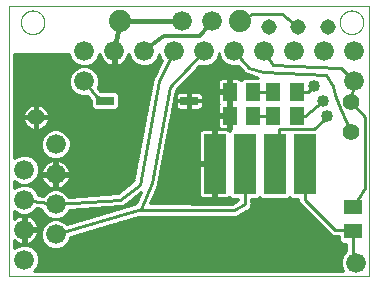
<source format=gtl>
G75*
%MOIN*%
%OFA0B0*%
%FSLAX25Y25*%
%IPPOS*%
%LPD*%
%AMOC8*
5,1,8,0,0,1.08239X$1,22.5*
%
%ADD10C,0.00000*%
%ADD11C,0.06600*%
%ADD12C,0.05600*%
%ADD13R,0.07600X0.20000*%
%ADD14R,0.06000X0.03000*%
%ADD15R,0.05118X0.05906*%
%ADD16R,0.05906X0.05118*%
%ADD17C,0.05156*%
%ADD18C,0.07400*%
%ADD19C,0.01000*%
%ADD20C,0.01200*%
%ADD21C,0.04000*%
%ADD22C,0.01600*%
D10*
X0001500Y0011270D02*
X0001500Y0101270D01*
X0121500Y0101270D01*
X0121500Y0011270D01*
X0001500Y0011270D01*
X0005437Y0095916D02*
X0005439Y0096041D01*
X0005445Y0096166D01*
X0005455Y0096290D01*
X0005469Y0096414D01*
X0005486Y0096538D01*
X0005508Y0096661D01*
X0005534Y0096783D01*
X0005563Y0096905D01*
X0005596Y0097025D01*
X0005634Y0097144D01*
X0005674Y0097263D01*
X0005719Y0097379D01*
X0005767Y0097494D01*
X0005819Y0097608D01*
X0005875Y0097720D01*
X0005934Y0097830D01*
X0005996Y0097938D01*
X0006062Y0098045D01*
X0006131Y0098149D01*
X0006204Y0098250D01*
X0006279Y0098350D01*
X0006358Y0098447D01*
X0006440Y0098541D01*
X0006525Y0098633D01*
X0006612Y0098722D01*
X0006703Y0098808D01*
X0006796Y0098891D01*
X0006892Y0098972D01*
X0006990Y0099049D01*
X0007090Y0099123D01*
X0007193Y0099194D01*
X0007298Y0099261D01*
X0007406Y0099326D01*
X0007515Y0099386D01*
X0007626Y0099444D01*
X0007739Y0099497D01*
X0007853Y0099547D01*
X0007969Y0099594D01*
X0008086Y0099636D01*
X0008205Y0099675D01*
X0008325Y0099711D01*
X0008446Y0099742D01*
X0008568Y0099770D01*
X0008690Y0099793D01*
X0008814Y0099813D01*
X0008938Y0099829D01*
X0009062Y0099841D01*
X0009187Y0099849D01*
X0009312Y0099853D01*
X0009436Y0099853D01*
X0009561Y0099849D01*
X0009686Y0099841D01*
X0009810Y0099829D01*
X0009934Y0099813D01*
X0010058Y0099793D01*
X0010180Y0099770D01*
X0010302Y0099742D01*
X0010423Y0099711D01*
X0010543Y0099675D01*
X0010662Y0099636D01*
X0010779Y0099594D01*
X0010895Y0099547D01*
X0011009Y0099497D01*
X0011122Y0099444D01*
X0011233Y0099386D01*
X0011343Y0099326D01*
X0011450Y0099261D01*
X0011555Y0099194D01*
X0011658Y0099123D01*
X0011758Y0099049D01*
X0011856Y0098972D01*
X0011952Y0098891D01*
X0012045Y0098808D01*
X0012136Y0098722D01*
X0012223Y0098633D01*
X0012308Y0098541D01*
X0012390Y0098447D01*
X0012469Y0098350D01*
X0012544Y0098250D01*
X0012617Y0098149D01*
X0012686Y0098045D01*
X0012752Y0097938D01*
X0012814Y0097830D01*
X0012873Y0097720D01*
X0012929Y0097608D01*
X0012981Y0097494D01*
X0013029Y0097379D01*
X0013074Y0097263D01*
X0013114Y0097144D01*
X0013152Y0097025D01*
X0013185Y0096905D01*
X0013214Y0096783D01*
X0013240Y0096661D01*
X0013262Y0096538D01*
X0013279Y0096414D01*
X0013293Y0096290D01*
X0013303Y0096166D01*
X0013309Y0096041D01*
X0013311Y0095916D01*
X0013309Y0095791D01*
X0013303Y0095666D01*
X0013293Y0095542D01*
X0013279Y0095418D01*
X0013262Y0095294D01*
X0013240Y0095171D01*
X0013214Y0095049D01*
X0013185Y0094927D01*
X0013152Y0094807D01*
X0013114Y0094688D01*
X0013074Y0094569D01*
X0013029Y0094453D01*
X0012981Y0094338D01*
X0012929Y0094224D01*
X0012873Y0094112D01*
X0012814Y0094002D01*
X0012752Y0093894D01*
X0012686Y0093787D01*
X0012617Y0093683D01*
X0012544Y0093582D01*
X0012469Y0093482D01*
X0012390Y0093385D01*
X0012308Y0093291D01*
X0012223Y0093199D01*
X0012136Y0093110D01*
X0012045Y0093024D01*
X0011952Y0092941D01*
X0011856Y0092860D01*
X0011758Y0092783D01*
X0011658Y0092709D01*
X0011555Y0092638D01*
X0011450Y0092571D01*
X0011342Y0092506D01*
X0011233Y0092446D01*
X0011122Y0092388D01*
X0011009Y0092335D01*
X0010895Y0092285D01*
X0010779Y0092238D01*
X0010662Y0092196D01*
X0010543Y0092157D01*
X0010423Y0092121D01*
X0010302Y0092090D01*
X0010180Y0092062D01*
X0010058Y0092039D01*
X0009934Y0092019D01*
X0009810Y0092003D01*
X0009686Y0091991D01*
X0009561Y0091983D01*
X0009436Y0091979D01*
X0009312Y0091979D01*
X0009187Y0091983D01*
X0009062Y0091991D01*
X0008938Y0092003D01*
X0008814Y0092019D01*
X0008690Y0092039D01*
X0008568Y0092062D01*
X0008446Y0092090D01*
X0008325Y0092121D01*
X0008205Y0092157D01*
X0008086Y0092196D01*
X0007969Y0092238D01*
X0007853Y0092285D01*
X0007739Y0092335D01*
X0007626Y0092388D01*
X0007515Y0092446D01*
X0007405Y0092506D01*
X0007298Y0092571D01*
X0007193Y0092638D01*
X0007090Y0092709D01*
X0006990Y0092783D01*
X0006892Y0092860D01*
X0006796Y0092941D01*
X0006703Y0093024D01*
X0006612Y0093110D01*
X0006525Y0093199D01*
X0006440Y0093291D01*
X0006358Y0093385D01*
X0006279Y0093482D01*
X0006204Y0093582D01*
X0006131Y0093683D01*
X0006062Y0093787D01*
X0005996Y0093894D01*
X0005934Y0094002D01*
X0005875Y0094112D01*
X0005819Y0094224D01*
X0005767Y0094338D01*
X0005719Y0094453D01*
X0005674Y0094569D01*
X0005634Y0094688D01*
X0005596Y0094807D01*
X0005563Y0094927D01*
X0005534Y0095049D01*
X0005508Y0095171D01*
X0005486Y0095294D01*
X0005469Y0095418D01*
X0005455Y0095542D01*
X0005445Y0095666D01*
X0005439Y0095791D01*
X0005437Y0095916D01*
X0111736Y0095916D02*
X0111738Y0096041D01*
X0111744Y0096166D01*
X0111754Y0096290D01*
X0111768Y0096414D01*
X0111785Y0096538D01*
X0111807Y0096661D01*
X0111833Y0096783D01*
X0111862Y0096905D01*
X0111895Y0097025D01*
X0111933Y0097144D01*
X0111973Y0097263D01*
X0112018Y0097379D01*
X0112066Y0097494D01*
X0112118Y0097608D01*
X0112174Y0097720D01*
X0112233Y0097830D01*
X0112295Y0097938D01*
X0112361Y0098045D01*
X0112430Y0098149D01*
X0112503Y0098250D01*
X0112578Y0098350D01*
X0112657Y0098447D01*
X0112739Y0098541D01*
X0112824Y0098633D01*
X0112911Y0098722D01*
X0113002Y0098808D01*
X0113095Y0098891D01*
X0113191Y0098972D01*
X0113289Y0099049D01*
X0113389Y0099123D01*
X0113492Y0099194D01*
X0113597Y0099261D01*
X0113705Y0099326D01*
X0113814Y0099386D01*
X0113925Y0099444D01*
X0114038Y0099497D01*
X0114152Y0099547D01*
X0114268Y0099594D01*
X0114385Y0099636D01*
X0114504Y0099675D01*
X0114624Y0099711D01*
X0114745Y0099742D01*
X0114867Y0099770D01*
X0114989Y0099793D01*
X0115113Y0099813D01*
X0115237Y0099829D01*
X0115361Y0099841D01*
X0115486Y0099849D01*
X0115611Y0099853D01*
X0115735Y0099853D01*
X0115860Y0099849D01*
X0115985Y0099841D01*
X0116109Y0099829D01*
X0116233Y0099813D01*
X0116357Y0099793D01*
X0116479Y0099770D01*
X0116601Y0099742D01*
X0116722Y0099711D01*
X0116842Y0099675D01*
X0116961Y0099636D01*
X0117078Y0099594D01*
X0117194Y0099547D01*
X0117308Y0099497D01*
X0117421Y0099444D01*
X0117532Y0099386D01*
X0117642Y0099326D01*
X0117749Y0099261D01*
X0117854Y0099194D01*
X0117957Y0099123D01*
X0118057Y0099049D01*
X0118155Y0098972D01*
X0118251Y0098891D01*
X0118344Y0098808D01*
X0118435Y0098722D01*
X0118522Y0098633D01*
X0118607Y0098541D01*
X0118689Y0098447D01*
X0118768Y0098350D01*
X0118843Y0098250D01*
X0118916Y0098149D01*
X0118985Y0098045D01*
X0119051Y0097938D01*
X0119113Y0097830D01*
X0119172Y0097720D01*
X0119228Y0097608D01*
X0119280Y0097494D01*
X0119328Y0097379D01*
X0119373Y0097263D01*
X0119413Y0097144D01*
X0119451Y0097025D01*
X0119484Y0096905D01*
X0119513Y0096783D01*
X0119539Y0096661D01*
X0119561Y0096538D01*
X0119578Y0096414D01*
X0119592Y0096290D01*
X0119602Y0096166D01*
X0119608Y0096041D01*
X0119610Y0095916D01*
X0119608Y0095791D01*
X0119602Y0095666D01*
X0119592Y0095542D01*
X0119578Y0095418D01*
X0119561Y0095294D01*
X0119539Y0095171D01*
X0119513Y0095049D01*
X0119484Y0094927D01*
X0119451Y0094807D01*
X0119413Y0094688D01*
X0119373Y0094569D01*
X0119328Y0094453D01*
X0119280Y0094338D01*
X0119228Y0094224D01*
X0119172Y0094112D01*
X0119113Y0094002D01*
X0119051Y0093894D01*
X0118985Y0093787D01*
X0118916Y0093683D01*
X0118843Y0093582D01*
X0118768Y0093482D01*
X0118689Y0093385D01*
X0118607Y0093291D01*
X0118522Y0093199D01*
X0118435Y0093110D01*
X0118344Y0093024D01*
X0118251Y0092941D01*
X0118155Y0092860D01*
X0118057Y0092783D01*
X0117957Y0092709D01*
X0117854Y0092638D01*
X0117749Y0092571D01*
X0117641Y0092506D01*
X0117532Y0092446D01*
X0117421Y0092388D01*
X0117308Y0092335D01*
X0117194Y0092285D01*
X0117078Y0092238D01*
X0116961Y0092196D01*
X0116842Y0092157D01*
X0116722Y0092121D01*
X0116601Y0092090D01*
X0116479Y0092062D01*
X0116357Y0092039D01*
X0116233Y0092019D01*
X0116109Y0092003D01*
X0115985Y0091991D01*
X0115860Y0091983D01*
X0115735Y0091979D01*
X0115611Y0091979D01*
X0115486Y0091983D01*
X0115361Y0091991D01*
X0115237Y0092003D01*
X0115113Y0092019D01*
X0114989Y0092039D01*
X0114867Y0092062D01*
X0114745Y0092090D01*
X0114624Y0092121D01*
X0114504Y0092157D01*
X0114385Y0092196D01*
X0114268Y0092238D01*
X0114152Y0092285D01*
X0114038Y0092335D01*
X0113925Y0092388D01*
X0113814Y0092446D01*
X0113704Y0092506D01*
X0113597Y0092571D01*
X0113492Y0092638D01*
X0113389Y0092709D01*
X0113289Y0092783D01*
X0113191Y0092860D01*
X0113095Y0092941D01*
X0113002Y0093024D01*
X0112911Y0093110D01*
X0112824Y0093199D01*
X0112739Y0093291D01*
X0112657Y0093385D01*
X0112578Y0093482D01*
X0112503Y0093582D01*
X0112430Y0093683D01*
X0112361Y0093787D01*
X0112295Y0093894D01*
X0112233Y0094002D01*
X0112174Y0094112D01*
X0112118Y0094224D01*
X0112066Y0094338D01*
X0112018Y0094453D01*
X0111973Y0094569D01*
X0111933Y0094688D01*
X0111895Y0094807D01*
X0111862Y0094927D01*
X0111833Y0095049D01*
X0111807Y0095171D01*
X0111785Y0095294D01*
X0111768Y0095418D01*
X0111754Y0095542D01*
X0111744Y0095666D01*
X0111738Y0095791D01*
X0111736Y0095916D01*
D11*
X0116500Y0086270D03*
X0106500Y0086270D03*
X0096500Y0086270D03*
X0086500Y0086270D03*
X0076500Y0086270D03*
X0066500Y0086270D03*
X0056500Y0086270D03*
X0046500Y0086270D03*
X0036500Y0086270D03*
X0026500Y0086270D03*
X0026500Y0076270D03*
X0017000Y0055270D03*
X0006500Y0046770D03*
X0017000Y0045270D03*
X0006500Y0036770D03*
X0017000Y0035270D03*
X0006500Y0026770D03*
X0017000Y0025270D03*
X0006500Y0016770D03*
X0059000Y0096270D03*
X0069000Y0096270D03*
X0116500Y0076270D03*
X0117000Y0015770D03*
D12*
X0115500Y0059270D03*
X0115500Y0069270D03*
X0010500Y0064270D03*
D13*
X0070000Y0048770D03*
X0080000Y0048770D03*
X0090000Y0048770D03*
X0100000Y0048770D03*
D14*
X0061500Y0069770D03*
X0033500Y0069770D03*
D15*
X0075063Y0072770D03*
X0082937Y0072770D03*
X0089563Y0072770D03*
X0097437Y0072770D03*
X0097437Y0064770D03*
X0089563Y0064770D03*
X0082937Y0064770D03*
X0075063Y0064770D03*
D16*
X0116000Y0034207D03*
X0116000Y0026333D03*
D17*
X0107799Y0094270D03*
X0097957Y0094270D03*
X0088114Y0094270D03*
D18*
X0078500Y0096270D03*
X0038500Y0096270D03*
D19*
X0037000Y0085419D02*
X0036000Y0085415D01*
X0036000Y0081489D01*
X0035376Y0081588D01*
X0034657Y0081822D01*
X0033984Y0082165D01*
X0033373Y0082609D01*
X0032839Y0083143D01*
X0032395Y0083754D01*
X0032052Y0084428D01*
X0031818Y0085146D01*
X0031778Y0085397D01*
X0031500Y0085396D01*
X0031500Y0085276D01*
X0030739Y0083438D01*
X0029332Y0082031D01*
X0027495Y0081270D01*
X0025505Y0081270D01*
X0023668Y0080509D01*
X0022261Y0079102D01*
X0021500Y0077265D01*
X0021500Y0075276D01*
X0022261Y0073438D01*
X0023668Y0072031D01*
X0025505Y0071270D01*
X0027495Y0071270D01*
X0027636Y0071329D01*
X0028537Y0070202D01*
X0028701Y0069710D01*
X0028800Y0069660D01*
X0028800Y0067566D01*
X0029796Y0066570D01*
X0037204Y0066570D01*
X0038200Y0067566D01*
X0038200Y0071974D01*
X0037204Y0072970D01*
X0032019Y0072970D01*
X0031916Y0073022D01*
X0031027Y0074133D01*
X0031500Y0075276D01*
X0031500Y0077265D01*
X0030739Y0079102D01*
X0029332Y0080509D01*
X0027495Y0081270D01*
X0025505Y0081270D01*
X0023668Y0082031D01*
X0022261Y0083438D01*
X0021500Y0085276D01*
X0021500Y0085354D01*
X0003200Y0085277D01*
X0003200Y0050541D01*
X0003668Y0051009D01*
X0005505Y0051770D01*
X0007495Y0051770D01*
X0009332Y0051009D01*
X0010739Y0049602D01*
X0011500Y0047765D01*
X0011500Y0045776D01*
X0010739Y0043938D01*
X0009332Y0042531D01*
X0007495Y0041770D01*
X0005505Y0041770D01*
X0003668Y0042531D01*
X0003200Y0042999D01*
X0003200Y0040541D01*
X0003668Y0041009D01*
X0005505Y0041770D01*
X0007495Y0041770D01*
X0009332Y0041009D01*
X0010739Y0039602D01*
X0011274Y0038310D01*
X0012759Y0038098D01*
X0012761Y0038102D01*
X0014168Y0039509D01*
X0016005Y0040270D01*
X0017995Y0040270D01*
X0019832Y0039509D01*
X0021239Y0038102D01*
X0021372Y0037780D01*
X0037685Y0038919D01*
X0042993Y0043002D01*
X0049232Y0076116D01*
X0049125Y0076439D01*
X0049395Y0076979D01*
X0049507Y0077573D01*
X0049788Y0077765D01*
X0052503Y0083196D01*
X0052261Y0083438D01*
X0051500Y0085276D01*
X0051500Y0085480D01*
X0051500Y0085480D01*
X0051500Y0085276D01*
X0050739Y0083438D01*
X0049332Y0082031D01*
X0047495Y0081270D01*
X0045505Y0081270D01*
X0043668Y0082031D01*
X0042261Y0083438D01*
X0041500Y0085276D01*
X0041500Y0085438D01*
X0041228Y0085437D01*
X0041182Y0085146D01*
X0040948Y0084428D01*
X0040605Y0083754D01*
X0040161Y0083143D01*
X0039627Y0082609D01*
X0039016Y0082165D01*
X0038343Y0081822D01*
X0037624Y0081588D01*
X0037000Y0081489D01*
X0037000Y0085419D01*
X0037000Y0085160D02*
X0036000Y0085160D01*
X0036000Y0084161D02*
X0037000Y0084161D01*
X0037000Y0083163D02*
X0036000Y0083163D01*
X0036000Y0082164D02*
X0037000Y0082164D01*
X0039015Y0082164D02*
X0043535Y0082164D01*
X0042536Y0083163D02*
X0040176Y0083163D01*
X0040813Y0084161D02*
X0041961Y0084161D01*
X0041548Y0085160D02*
X0041184Y0085160D01*
X0033985Y0082164D02*
X0029465Y0082164D01*
X0030464Y0083163D02*
X0032824Y0083163D01*
X0032187Y0084161D02*
X0031039Y0084161D01*
X0031452Y0085160D02*
X0031816Y0085160D01*
X0027746Y0081166D02*
X0051488Y0081166D01*
X0051987Y0082164D02*
X0049465Y0082164D01*
X0050464Y0083163D02*
X0052487Y0083163D01*
X0051961Y0084161D02*
X0051039Y0084161D01*
X0051452Y0085160D02*
X0051548Y0085160D01*
X0056500Y0086270D02*
X0051500Y0076270D01*
X0045000Y0041770D01*
X0038500Y0036770D01*
X0017000Y0035270D01*
X0006500Y0036770D01*
X0010038Y0033237D02*
X0012430Y0033237D01*
X0012226Y0033730D02*
X0012761Y0032438D01*
X0014168Y0031031D01*
X0016005Y0030270D01*
X0014168Y0029509D01*
X0012761Y0028102D01*
X0012000Y0026265D01*
X0012000Y0024276D01*
X0012761Y0022438D01*
X0014168Y0021031D01*
X0016005Y0020270D01*
X0017995Y0020270D01*
X0019832Y0021031D01*
X0021239Y0022438D01*
X0022000Y0024276D01*
X0022000Y0024447D01*
X0044343Y0031015D01*
X0044466Y0030964D01*
X0044903Y0031144D01*
X0076203Y0031071D01*
X0076800Y0030908D01*
X0077082Y0031069D01*
X0077406Y0031068D01*
X0077845Y0031505D01*
X0080584Y0033070D01*
X0080911Y0033070D01*
X0081347Y0033506D01*
X0081883Y0033812D01*
X0081969Y0034128D01*
X0082200Y0034359D01*
X0082200Y0034975D01*
X0082362Y0035570D01*
X0082200Y0035854D01*
X0082200Y0037070D01*
X0084504Y0037070D01*
X0085000Y0037566D01*
X0085496Y0037070D01*
X0094504Y0037070D01*
X0095000Y0037566D01*
X0095496Y0037070D01*
X0097800Y0037070D01*
X0097800Y0035859D01*
X0107800Y0025859D01*
X0109089Y0024570D01*
X0111347Y0024570D01*
X0111347Y0023070D01*
X0112343Y0022074D01*
X0113800Y0022074D01*
X0113800Y0019641D01*
X0112761Y0018602D01*
X0112000Y0016765D01*
X0112000Y0014776D01*
X0112748Y0012970D01*
X0009771Y0012970D01*
X0010739Y0013938D01*
X0011500Y0015776D01*
X0011500Y0017765D01*
X0010739Y0019602D01*
X0009332Y0021009D01*
X0007495Y0021770D01*
X0005505Y0021770D01*
X0003668Y0021009D01*
X0003200Y0020541D01*
X0003200Y0023282D01*
X0003373Y0023109D01*
X0003984Y0022665D01*
X0004657Y0022322D01*
X0005376Y0022088D01*
X0006000Y0021989D01*
X0006000Y0026270D01*
X0007000Y0026270D01*
X0007000Y0021989D01*
X0007624Y0022088D01*
X0008343Y0022322D01*
X0009016Y0022665D01*
X0009627Y0023109D01*
X0010161Y0023643D01*
X0010605Y0024254D01*
X0010948Y0024928D01*
X0011182Y0025646D01*
X0011281Y0026270D01*
X0007000Y0026270D01*
X0007000Y0027270D01*
X0011281Y0027270D01*
X0011182Y0027894D01*
X0010948Y0028613D01*
X0010605Y0029286D01*
X0010161Y0029897D01*
X0009627Y0030431D01*
X0009016Y0030875D01*
X0008343Y0031218D01*
X0007624Y0031452D01*
X0007000Y0031551D01*
X0007000Y0027270D01*
X0006000Y0027270D01*
X0006000Y0031551D01*
X0005376Y0031452D01*
X0004657Y0031218D01*
X0003984Y0030875D01*
X0003373Y0030431D01*
X0003200Y0030258D01*
X0003200Y0032999D01*
X0003668Y0032531D01*
X0005505Y0031770D01*
X0007495Y0031770D01*
X0009332Y0032531D01*
X0010739Y0033938D01*
X0010741Y0033942D01*
X0012226Y0033730D01*
X0012960Y0032239D02*
X0008626Y0032239D01*
X0008275Y0031240D02*
X0013959Y0031240D01*
X0015937Y0030242D02*
X0009816Y0030242D01*
X0010627Y0029243D02*
X0013902Y0029243D01*
X0012904Y0028245D02*
X0011068Y0028245D01*
X0012407Y0027246D02*
X0007000Y0027246D01*
X0007000Y0026248D02*
X0006000Y0026248D01*
X0006000Y0025249D02*
X0007000Y0025249D01*
X0007000Y0024251D02*
X0006000Y0024251D01*
X0006000Y0023252D02*
X0007000Y0023252D01*
X0007000Y0022254D02*
X0006000Y0022254D01*
X0004867Y0022254D02*
X0003200Y0022254D01*
X0003200Y0023252D02*
X0003230Y0023252D01*
X0003200Y0021255D02*
X0004262Y0021255D01*
X0008133Y0022254D02*
X0012945Y0022254D01*
X0012424Y0023252D02*
X0009770Y0023252D01*
X0010603Y0024251D02*
X0012010Y0024251D01*
X0012000Y0025249D02*
X0011053Y0025249D01*
X0011277Y0026248D02*
X0012000Y0026248D01*
X0017000Y0025270D02*
X0044469Y0033345D01*
X0076500Y0033270D01*
X0080000Y0035270D01*
X0080000Y0048770D01*
X0070500Y0048270D02*
X0070500Y0037270D01*
X0073997Y0037270D01*
X0074379Y0037372D01*
X0074721Y0037570D01*
X0074859Y0037707D01*
X0075496Y0037070D01*
X0077800Y0037070D01*
X0077800Y0036547D01*
X0075918Y0035471D01*
X0048606Y0035535D01*
X0050784Y0040825D01*
X0050994Y0040969D01*
X0051121Y0041642D01*
X0051381Y0042275D01*
X0051283Y0042510D01*
X0057042Y0073221D01*
X0064969Y0081492D01*
X0065505Y0081270D01*
X0067495Y0081270D01*
X0069332Y0082031D01*
X0070739Y0083438D01*
X0071500Y0085276D01*
X0072261Y0083438D01*
X0073668Y0082031D01*
X0075505Y0081270D01*
X0077495Y0081270D01*
X0077914Y0081444D01*
X0079668Y0079515D01*
X0079940Y0078971D01*
X0080259Y0078865D01*
X0080485Y0078616D01*
X0081092Y0078587D01*
X0084585Y0077423D01*
X0079674Y0077423D01*
X0078849Y0076598D01*
X0078822Y0076644D01*
X0078543Y0076923D01*
X0078201Y0077121D01*
X0077820Y0077223D01*
X0075563Y0077223D01*
X0075563Y0073270D01*
X0074563Y0073270D01*
X0074563Y0072270D01*
X0075563Y0072270D01*
X0075563Y0068317D01*
X0075563Y0065270D01*
X0074563Y0065270D01*
X0074563Y0064270D01*
X0075563Y0064270D01*
X0075563Y0060470D01*
X0075496Y0060470D01*
X0074859Y0059833D01*
X0074721Y0059970D01*
X0074379Y0060168D01*
X0073997Y0060270D01*
X0070500Y0060270D01*
X0070500Y0049270D01*
X0069500Y0049270D01*
X0069500Y0048270D01*
X0070500Y0048270D01*
X0070500Y0048215D02*
X0069500Y0048215D01*
X0069500Y0048270D02*
X0069500Y0037270D01*
X0066003Y0037270D01*
X0065621Y0037372D01*
X0065279Y0037570D01*
X0065000Y0037849D01*
X0064802Y0038191D01*
X0064700Y0038573D01*
X0064700Y0048270D01*
X0069500Y0048270D01*
X0069500Y0049214D02*
X0052540Y0049214D01*
X0052727Y0050212D02*
X0064700Y0050212D01*
X0064700Y0049270D02*
X0069500Y0049270D01*
X0069500Y0060270D01*
X0066003Y0060270D01*
X0065621Y0060168D01*
X0065279Y0059970D01*
X0065000Y0059691D01*
X0064802Y0059349D01*
X0064700Y0058968D01*
X0064700Y0049270D01*
X0064700Y0048215D02*
X0052353Y0048215D01*
X0052166Y0047216D02*
X0064700Y0047216D01*
X0064700Y0046218D02*
X0051979Y0046218D01*
X0051791Y0045219D02*
X0064700Y0045219D01*
X0064700Y0044221D02*
X0051604Y0044221D01*
X0051417Y0043222D02*
X0064700Y0043222D01*
X0064700Y0042224D02*
X0051360Y0042224D01*
X0051042Y0041225D02*
X0064700Y0041225D01*
X0064700Y0040227D02*
X0050538Y0040227D01*
X0050127Y0039228D02*
X0064700Y0039228D01*
X0064792Y0038230D02*
X0049716Y0038230D01*
X0049304Y0037231D02*
X0075335Y0037231D01*
X0077251Y0036233D02*
X0048893Y0036233D01*
X0045500Y0033770D02*
X0044469Y0033345D01*
X0045500Y0033770D02*
X0049000Y0042270D01*
X0055000Y0074270D01*
X0066500Y0086270D01*
X0070464Y0083163D02*
X0072536Y0083163D01*
X0071961Y0084161D02*
X0071039Y0084161D01*
X0071452Y0085160D02*
X0071548Y0085160D01*
X0071500Y0085276D02*
X0071500Y0085564D01*
X0071500Y0085564D01*
X0071500Y0085276D01*
X0069465Y0082164D02*
X0073535Y0082164D01*
X0078167Y0081166D02*
X0064656Y0081166D01*
X0063699Y0080167D02*
X0079075Y0080167D01*
X0079841Y0079169D02*
X0062742Y0079169D01*
X0061785Y0078170D02*
X0082342Y0078170D01*
X0079423Y0077172D02*
X0078010Y0077172D01*
X0075563Y0077172D02*
X0074563Y0077172D01*
X0074563Y0077223D02*
X0072306Y0077223D01*
X0071925Y0077121D01*
X0071583Y0076923D01*
X0071304Y0076644D01*
X0071106Y0076302D01*
X0071004Y0075920D01*
X0071004Y0073270D01*
X0074563Y0073270D01*
X0074563Y0077223D01*
X0074563Y0076173D02*
X0075563Y0076173D01*
X0075563Y0075175D02*
X0074563Y0075175D01*
X0074563Y0074176D02*
X0075563Y0074176D01*
X0074563Y0073178D02*
X0057034Y0073178D01*
X0057579Y0072470D02*
X0057300Y0072191D01*
X0057102Y0071849D01*
X0057000Y0071468D01*
X0057000Y0070020D01*
X0061250Y0070020D01*
X0061250Y0069520D01*
X0061750Y0069520D01*
X0061750Y0066770D01*
X0064697Y0066770D01*
X0065079Y0066872D01*
X0065421Y0067070D01*
X0065700Y0067349D01*
X0065898Y0067691D01*
X0066000Y0068073D01*
X0066000Y0069520D01*
X0061750Y0069520D01*
X0061750Y0070020D01*
X0066000Y0070020D01*
X0066000Y0071468D01*
X0065898Y0071849D01*
X0065700Y0072191D01*
X0065421Y0072470D01*
X0065079Y0072668D01*
X0064697Y0072770D01*
X0061750Y0072770D01*
X0061750Y0070020D01*
X0061250Y0070020D01*
X0061250Y0072770D01*
X0058303Y0072770D01*
X0057921Y0072668D01*
X0057579Y0072470D01*
X0057293Y0072179D02*
X0056846Y0072179D01*
X0057000Y0071181D02*
X0056659Y0071181D01*
X0056472Y0070182D02*
X0057000Y0070182D01*
X0057000Y0069520D02*
X0057000Y0068073D01*
X0057102Y0067691D01*
X0057300Y0067349D01*
X0057579Y0067070D01*
X0057921Y0066872D01*
X0058303Y0066770D01*
X0061250Y0066770D01*
X0061250Y0069520D01*
X0057000Y0069520D01*
X0057000Y0069184D02*
X0056285Y0069184D01*
X0056097Y0068185D02*
X0057000Y0068185D01*
X0057462Y0067187D02*
X0055910Y0067187D01*
X0055723Y0066188D02*
X0071004Y0066188D01*
X0071004Y0065270D02*
X0074563Y0065270D01*
X0074563Y0072270D01*
X0071004Y0072270D01*
X0071004Y0069620D01*
X0071106Y0069238D01*
X0071304Y0068896D01*
X0071430Y0068770D01*
X0071304Y0068644D01*
X0071106Y0068302D01*
X0071004Y0067920D01*
X0071004Y0065270D01*
X0071004Y0064270D02*
X0071004Y0061620D01*
X0071106Y0061238D01*
X0071304Y0060896D01*
X0071583Y0060617D01*
X0071925Y0060420D01*
X0072306Y0060317D01*
X0074563Y0060317D01*
X0074563Y0064270D01*
X0071004Y0064270D01*
X0071004Y0064191D02*
X0055349Y0064191D01*
X0055161Y0063193D02*
X0071004Y0063193D01*
X0071004Y0062194D02*
X0054974Y0062194D01*
X0054787Y0061196D02*
X0071131Y0061196D01*
X0070500Y0060197D02*
X0069500Y0060197D01*
X0069500Y0059199D02*
X0070500Y0059199D01*
X0070500Y0058200D02*
X0069500Y0058200D01*
X0069500Y0057202D02*
X0070500Y0057202D01*
X0070500Y0056203D02*
X0069500Y0056203D01*
X0069500Y0055205D02*
X0070500Y0055205D01*
X0070500Y0054206D02*
X0069500Y0054206D01*
X0069500Y0053208D02*
X0070500Y0053208D01*
X0070500Y0052209D02*
X0069500Y0052209D01*
X0069500Y0051211D02*
X0070500Y0051211D01*
X0070500Y0050212D02*
X0069500Y0050212D01*
X0069500Y0047216D02*
X0070500Y0047216D01*
X0070500Y0046218D02*
X0069500Y0046218D01*
X0069500Y0045219D02*
X0070500Y0045219D01*
X0070500Y0044221D02*
X0069500Y0044221D01*
X0069500Y0043222D02*
X0070500Y0043222D01*
X0070500Y0042224D02*
X0069500Y0042224D01*
X0069500Y0041225D02*
X0070500Y0041225D01*
X0070500Y0040227D02*
X0069500Y0040227D01*
X0069500Y0039228D02*
X0070500Y0039228D01*
X0070500Y0038230D02*
X0069500Y0038230D01*
X0077579Y0031240D02*
X0102418Y0031240D01*
X0101420Y0032239D02*
X0079130Y0032239D01*
X0081079Y0033237D02*
X0100421Y0033237D01*
X0099423Y0034236D02*
X0082077Y0034236D01*
X0082271Y0035234D02*
X0098424Y0035234D01*
X0097800Y0036233D02*
X0082200Y0036233D01*
X0084665Y0037231D02*
X0085335Y0037231D01*
X0094665Y0037231D02*
X0095335Y0037231D01*
X0100000Y0036770D02*
X0110000Y0026770D01*
X0115563Y0026770D01*
X0116000Y0026333D01*
X0116000Y0017270D01*
X0117000Y0015770D01*
X0113417Y0019258D02*
X0010881Y0019258D01*
X0011295Y0018260D02*
X0112619Y0018260D01*
X0112206Y0017261D02*
X0011500Y0017261D01*
X0011500Y0016263D02*
X0112000Y0016263D01*
X0112000Y0015264D02*
X0011288Y0015264D01*
X0010875Y0014266D02*
X0112211Y0014266D01*
X0112625Y0013267D02*
X0010068Y0013267D01*
X0010084Y0020257D02*
X0113800Y0020257D01*
X0113800Y0021255D02*
X0020056Y0021255D01*
X0021055Y0022254D02*
X0112163Y0022254D01*
X0111347Y0023252D02*
X0021576Y0023252D01*
X0021990Y0024251D02*
X0111347Y0024251D01*
X0108410Y0025249D02*
X0024730Y0025249D01*
X0028127Y0026248D02*
X0107411Y0026248D01*
X0106413Y0027246D02*
X0031523Y0027246D01*
X0034920Y0028245D02*
X0105414Y0028245D01*
X0104416Y0029243D02*
X0038317Y0029243D01*
X0041714Y0030242D02*
X0103417Y0030242D01*
X0100000Y0036770D02*
X0100000Y0048770D01*
X0090000Y0048770D02*
X0091500Y0060270D01*
X0103000Y0060270D01*
X0106500Y0063270D01*
X0107500Y0064770D01*
X0112000Y0066770D02*
X0110000Y0071770D01*
X0109500Y0074770D01*
X0107000Y0078270D01*
X0086000Y0079270D01*
X0081500Y0080770D01*
X0076500Y0086270D01*
X0086500Y0086270D02*
X0089500Y0081770D01*
X0111500Y0080770D01*
X0112000Y0080770D01*
X0116500Y0076270D01*
X0115500Y0069270D01*
X0120000Y0064270D01*
X0120000Y0040770D01*
X0116000Y0034207D01*
X0115500Y0059270D02*
X0112000Y0066770D01*
X0106000Y0069770D02*
X0100000Y0064770D01*
X0097437Y0064770D01*
X0089563Y0064770D02*
X0082937Y0064770D01*
X0075563Y0064191D02*
X0074563Y0064191D01*
X0074563Y0063193D02*
X0075563Y0063193D01*
X0075563Y0062194D02*
X0074563Y0062194D01*
X0074563Y0061196D02*
X0075563Y0061196D01*
X0075223Y0060197D02*
X0074270Y0060197D01*
X0074563Y0065190D02*
X0055536Y0065190D01*
X0061250Y0067187D02*
X0061750Y0067187D01*
X0061750Y0068185D02*
X0061250Y0068185D01*
X0061250Y0069184D02*
X0061750Y0069184D01*
X0061750Y0070182D02*
X0061250Y0070182D01*
X0061250Y0071181D02*
X0061750Y0071181D01*
X0061750Y0072179D02*
X0061250Y0072179D01*
X0057957Y0074176D02*
X0071004Y0074176D01*
X0071004Y0075175D02*
X0058914Y0075175D01*
X0059871Y0076173D02*
X0071072Y0076173D01*
X0072116Y0077172D02*
X0060828Y0077172D01*
X0065707Y0072179D02*
X0071004Y0072179D01*
X0071004Y0071181D02*
X0066000Y0071181D01*
X0066000Y0070182D02*
X0071004Y0070182D01*
X0071138Y0069184D02*
X0066000Y0069184D01*
X0066000Y0068185D02*
X0071075Y0068185D01*
X0071004Y0067187D02*
X0065538Y0067187D01*
X0065730Y0060197D02*
X0054600Y0060197D01*
X0054412Y0059199D02*
X0064762Y0059199D01*
X0064700Y0058200D02*
X0054225Y0058200D01*
X0054038Y0057202D02*
X0064700Y0057202D01*
X0064700Y0056203D02*
X0053851Y0056203D01*
X0053664Y0055205D02*
X0064700Y0055205D01*
X0064700Y0054206D02*
X0053476Y0054206D01*
X0053289Y0053208D02*
X0064700Y0053208D01*
X0064700Y0052209D02*
X0053102Y0052209D01*
X0052915Y0051211D02*
X0064700Y0051211D01*
X0046609Y0062194D02*
X0014268Y0062194D01*
X0014178Y0062016D02*
X0014485Y0062619D01*
X0014694Y0063263D01*
X0014800Y0063932D01*
X0014800Y0063983D01*
X0010787Y0063983D01*
X0010787Y0059970D01*
X0010838Y0059970D01*
X0011507Y0060076D01*
X0012151Y0060285D01*
X0012754Y0060592D01*
X0013301Y0060990D01*
X0013780Y0061469D01*
X0014178Y0062016D01*
X0013507Y0061196D02*
X0046421Y0061196D01*
X0046233Y0060197D02*
X0018171Y0060197D01*
X0017995Y0060270D02*
X0016005Y0060270D01*
X0014168Y0059509D01*
X0012761Y0058102D01*
X0012000Y0056265D01*
X0012000Y0054276D01*
X0012761Y0052438D01*
X0014168Y0051031D01*
X0016005Y0050270D01*
X0017995Y0050270D01*
X0019832Y0051031D01*
X0021239Y0052438D01*
X0022000Y0054276D01*
X0022000Y0056265D01*
X0021239Y0058102D01*
X0019832Y0059509D01*
X0017995Y0060270D01*
X0015829Y0060197D02*
X0011880Y0060197D01*
X0010787Y0060197D02*
X0010213Y0060197D01*
X0010213Y0059970D02*
X0010213Y0063983D01*
X0010787Y0063983D01*
X0010787Y0064557D01*
X0014800Y0064557D01*
X0014800Y0064608D01*
X0014694Y0065277D01*
X0014485Y0065921D01*
X0014178Y0066524D01*
X0013780Y0067071D01*
X0013301Y0067550D01*
X0012754Y0067948D01*
X0012151Y0068255D01*
X0011507Y0068464D01*
X0010838Y0068570D01*
X0010787Y0068570D01*
X0010787Y0064558D01*
X0010213Y0064558D01*
X0010213Y0068570D01*
X0010162Y0068570D01*
X0009493Y0068464D01*
X0008849Y0068255D01*
X0008246Y0067948D01*
X0007699Y0067550D01*
X0007220Y0067071D01*
X0006822Y0066524D01*
X0006515Y0065921D01*
X0006306Y0065277D01*
X0006200Y0064608D01*
X0006200Y0064557D01*
X0010213Y0064557D01*
X0010213Y0063983D01*
X0006200Y0063983D01*
X0006200Y0063932D01*
X0006306Y0063263D01*
X0006515Y0062619D01*
X0006822Y0062016D01*
X0007220Y0061469D01*
X0007699Y0060990D01*
X0008246Y0060592D01*
X0008849Y0060285D01*
X0009493Y0060076D01*
X0010162Y0059970D01*
X0010213Y0059970D01*
X0009120Y0060197D02*
X0003200Y0060197D01*
X0003200Y0059199D02*
X0013857Y0059199D01*
X0012859Y0058200D02*
X0003200Y0058200D01*
X0003200Y0057202D02*
X0012388Y0057202D01*
X0012000Y0056203D02*
X0003200Y0056203D01*
X0003200Y0055205D02*
X0012000Y0055205D01*
X0012029Y0054206D02*
X0003200Y0054206D01*
X0003200Y0053208D02*
X0012442Y0053208D01*
X0012990Y0052209D02*
X0003200Y0052209D01*
X0003200Y0051211D02*
X0004155Y0051211D01*
X0008845Y0051211D02*
X0013988Y0051211D01*
X0015157Y0049718D02*
X0014484Y0049375D01*
X0013873Y0048931D01*
X0013339Y0048397D01*
X0012895Y0047786D01*
X0012552Y0047113D01*
X0012318Y0046394D01*
X0012219Y0045770D01*
X0016500Y0045770D01*
X0016500Y0044770D01*
X0017500Y0044770D01*
X0017500Y0040489D01*
X0018124Y0040588D01*
X0018843Y0040822D01*
X0019516Y0041165D01*
X0020127Y0041609D01*
X0020661Y0042143D01*
X0021105Y0042754D01*
X0021448Y0043428D01*
X0021682Y0044146D01*
X0021781Y0044770D01*
X0017500Y0044770D01*
X0017500Y0045770D01*
X0021781Y0045770D01*
X0021682Y0046394D01*
X0021448Y0047113D01*
X0021105Y0047786D01*
X0020661Y0048397D01*
X0020127Y0048931D01*
X0019516Y0049375D01*
X0018843Y0049718D01*
X0018124Y0049952D01*
X0017500Y0050051D01*
X0017500Y0045770D01*
X0016500Y0045770D01*
X0016500Y0050051D01*
X0015876Y0049952D01*
X0015157Y0049718D01*
X0014261Y0049214D02*
X0010900Y0049214D01*
X0011313Y0048215D02*
X0013206Y0048215D01*
X0012605Y0047216D02*
X0011500Y0047216D01*
X0011500Y0046218D02*
X0012290Y0046218D01*
X0011270Y0045219D02*
X0016500Y0045219D01*
X0016500Y0044770D02*
X0012219Y0044770D01*
X0012318Y0044146D01*
X0012552Y0043428D01*
X0012895Y0042754D01*
X0013339Y0042143D01*
X0013873Y0041609D01*
X0014484Y0041165D01*
X0015157Y0040822D01*
X0015876Y0040588D01*
X0016500Y0040489D01*
X0016500Y0044770D01*
X0016500Y0044221D02*
X0017500Y0044221D01*
X0017500Y0045219D02*
X0043411Y0045219D01*
X0043223Y0044221D02*
X0021694Y0044221D01*
X0021344Y0043222D02*
X0043035Y0043222D01*
X0041982Y0042224D02*
X0020720Y0042224D01*
X0019599Y0041225D02*
X0040684Y0041225D01*
X0039386Y0040227D02*
X0018099Y0040227D01*
X0017500Y0041225D02*
X0016500Y0041225D01*
X0016500Y0042224D02*
X0017500Y0042224D01*
X0017500Y0043222D02*
X0016500Y0043222D01*
X0014401Y0041225D02*
X0008809Y0041225D01*
X0008590Y0042224D02*
X0013280Y0042224D01*
X0012656Y0043222D02*
X0010023Y0043222D01*
X0010856Y0044221D02*
X0012306Y0044221D01*
X0010114Y0040227D02*
X0015901Y0040227D01*
X0013887Y0039228D02*
X0010894Y0039228D01*
X0011838Y0038230D02*
X0012889Y0038230D01*
X0020113Y0039228D02*
X0038088Y0039228D01*
X0041410Y0036233D02*
X0044135Y0036233D01*
X0043852Y0035546D02*
X0043563Y0035547D01*
X0043313Y0035298D01*
X0020693Y0028649D01*
X0019832Y0029509D01*
X0017995Y0030270D01*
X0016005Y0030270D01*
X0017995Y0030270D01*
X0019832Y0031031D01*
X0021239Y0032438D01*
X0021632Y0033388D01*
X0038434Y0034560D01*
X0039119Y0034471D01*
X0039315Y0034622D01*
X0039562Y0034639D01*
X0040016Y0035160D01*
X0045398Y0039301D01*
X0043852Y0035546D01*
X0043096Y0035234D02*
X0040112Y0035234D01*
X0039699Y0034236D02*
X0033786Y0034236D01*
X0032906Y0032239D02*
X0021040Y0032239D01*
X0021570Y0033237D02*
X0036303Y0033237D01*
X0029509Y0031240D02*
X0020041Y0031240D01*
X0018063Y0030242D02*
X0026112Y0030242D01*
X0022716Y0029243D02*
X0020098Y0029243D01*
X0013944Y0021255D02*
X0008738Y0021255D01*
X0007000Y0028245D02*
X0006000Y0028245D01*
X0006000Y0029243D02*
X0007000Y0029243D01*
X0007000Y0030242D02*
X0006000Y0030242D01*
X0006000Y0031240D02*
X0007000Y0031240D01*
X0004725Y0031240D02*
X0003200Y0031240D01*
X0003200Y0032239D02*
X0004374Y0032239D01*
X0004191Y0041225D02*
X0003200Y0041225D01*
X0003200Y0042224D02*
X0004410Y0042224D01*
X0010129Y0050212D02*
X0044352Y0050212D01*
X0044540Y0051211D02*
X0020012Y0051211D01*
X0021010Y0052209D02*
X0044728Y0052209D01*
X0044916Y0053208D02*
X0021558Y0053208D01*
X0021971Y0054206D02*
X0045104Y0054206D01*
X0045292Y0055205D02*
X0022000Y0055205D01*
X0022000Y0056203D02*
X0045481Y0056203D01*
X0045669Y0057202D02*
X0021612Y0057202D01*
X0021141Y0058200D02*
X0045857Y0058200D01*
X0046045Y0059199D02*
X0020143Y0059199D01*
X0014671Y0063193D02*
X0046797Y0063193D01*
X0046986Y0064191D02*
X0010787Y0064191D01*
X0010213Y0064191D02*
X0003200Y0064191D01*
X0003200Y0063193D02*
X0006329Y0063193D01*
X0006732Y0062194D02*
X0003200Y0062194D01*
X0003200Y0061196D02*
X0007493Y0061196D01*
X0010213Y0061196D02*
X0010787Y0061196D01*
X0010787Y0062194D02*
X0010213Y0062194D01*
X0010213Y0063193D02*
X0010787Y0063193D01*
X0010787Y0065190D02*
X0010213Y0065190D01*
X0010213Y0066188D02*
X0010787Y0066188D01*
X0010787Y0067187D02*
X0010213Y0067187D01*
X0010213Y0068185D02*
X0010787Y0068185D01*
X0012288Y0068185D02*
X0028800Y0068185D01*
X0028800Y0069184D02*
X0003200Y0069184D01*
X0003200Y0070182D02*
X0028544Y0070182D01*
X0027754Y0071181D02*
X0003200Y0071181D01*
X0003200Y0072179D02*
X0023520Y0072179D01*
X0022521Y0073178D02*
X0003200Y0073178D01*
X0003200Y0074176D02*
X0021955Y0074176D01*
X0021542Y0075175D02*
X0003200Y0075175D01*
X0003200Y0076173D02*
X0021500Y0076173D01*
X0021500Y0077172D02*
X0003200Y0077172D01*
X0003200Y0078170D02*
X0021875Y0078170D01*
X0022328Y0079169D02*
X0003200Y0079169D01*
X0003200Y0080167D02*
X0023326Y0080167D01*
X0023535Y0082164D02*
X0003200Y0082164D01*
X0003200Y0081166D02*
X0025254Y0081166D01*
X0022536Y0083163D02*
X0003200Y0083163D01*
X0003200Y0084161D02*
X0021961Y0084161D01*
X0021548Y0085160D02*
X0003200Y0085160D01*
X0003200Y0068185D02*
X0008712Y0068185D01*
X0007336Y0067187D02*
X0003200Y0067187D01*
X0003200Y0066188D02*
X0006651Y0066188D01*
X0006292Y0065190D02*
X0003200Y0065190D01*
X0013664Y0067187D02*
X0029179Y0067187D01*
X0030500Y0071270D02*
X0033500Y0069770D01*
X0030500Y0071270D02*
X0026500Y0076270D01*
X0031125Y0078170D02*
X0049990Y0078170D01*
X0050490Y0079169D02*
X0030672Y0079169D01*
X0029674Y0080167D02*
X0050989Y0080167D01*
X0049431Y0077172D02*
X0031500Y0077172D01*
X0031500Y0076173D02*
X0049213Y0076173D01*
X0049055Y0075175D02*
X0031458Y0075175D01*
X0031045Y0074176D02*
X0048867Y0074176D01*
X0048679Y0073178D02*
X0031791Y0073178D01*
X0037995Y0072179D02*
X0048491Y0072179D01*
X0048302Y0071181D02*
X0038200Y0071181D01*
X0038200Y0070182D02*
X0048114Y0070182D01*
X0047926Y0069184D02*
X0038200Y0069184D01*
X0038200Y0068185D02*
X0047738Y0068185D01*
X0047550Y0067187D02*
X0037821Y0067187D01*
X0047174Y0065190D02*
X0014708Y0065190D01*
X0014349Y0066188D02*
X0047362Y0066188D01*
X0044164Y0049214D02*
X0019739Y0049214D01*
X0020794Y0048215D02*
X0043976Y0048215D01*
X0043787Y0047216D02*
X0021395Y0047216D01*
X0021710Y0046218D02*
X0043599Y0046218D01*
X0045304Y0039228D02*
X0045368Y0039228D01*
X0044957Y0038230D02*
X0044006Y0038230D01*
X0044546Y0037231D02*
X0042708Y0037231D01*
X0027814Y0038230D02*
X0021111Y0038230D01*
X0017500Y0046218D02*
X0016500Y0046218D01*
X0016500Y0047216D02*
X0017500Y0047216D01*
X0017500Y0048215D02*
X0016500Y0048215D01*
X0016500Y0049214D02*
X0017500Y0049214D01*
X0074563Y0066188D02*
X0075563Y0066188D01*
X0075563Y0067187D02*
X0074563Y0067187D01*
X0074563Y0068185D02*
X0075563Y0068185D01*
X0075563Y0069184D02*
X0074563Y0069184D01*
X0074563Y0070182D02*
X0075563Y0070182D01*
X0075563Y0071181D02*
X0074563Y0071181D01*
X0074563Y0072179D02*
X0075563Y0072179D01*
X0082937Y0072770D02*
X0089563Y0072770D01*
X0097437Y0072770D02*
X0101000Y0072770D01*
X0103000Y0074770D01*
X0097957Y0094270D02*
X0092500Y0098770D01*
X0082500Y0098770D01*
X0078500Y0096270D01*
D20*
X0069000Y0096270D02*
X0065000Y0091270D01*
X0053000Y0091270D01*
X0052000Y0090770D01*
X0046500Y0086270D01*
D21*
X0068500Y0068270D03*
X0041500Y0056270D03*
X0036500Y0056270D03*
X0038500Y0045270D03*
X0034000Y0043770D03*
X0081500Y0021270D03*
X0089000Y0021270D03*
X0107500Y0064770D03*
X0106000Y0069770D03*
X0103000Y0074770D03*
D22*
X0059000Y0096270D02*
X0038500Y0096270D01*
X0036500Y0086270D01*
M02*

</source>
